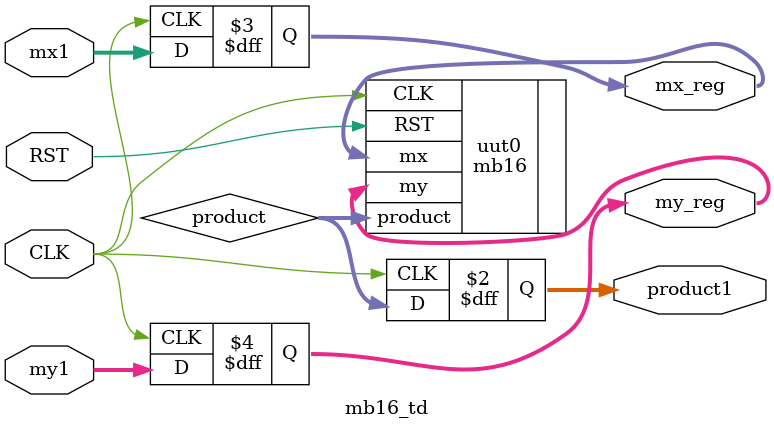
<source format=v>
`timescale 1ns / 1ps
module mb16_td (mx1, my1, CLK, RST, product1, mx_reg, my_reg);

parameter WIDTH=16;   
input wire [WIDTH-1:0] mx1;
input wire [WIDTH-1:0] my1;
input wire CLK;
input wire RST;
output reg [(2*WIDTH)-1:0] product1;
output reg [WIDTH-1:0] mx_reg;
output reg [WIDTH-1:0] my_reg;


wire [(2*WIDTH)-1:0] product;


always@ (posedge CLK)
begin
/*
if (!RST)
begin
mx_reg<=16'h0;
my_reg<=16'h0;
product1<=32'h0;
end
else
begin
*/
mx_reg<=mx1;
my_reg<=my1;
product1<=product;
//end
end



	 mb16 uut0 (
		.mx(mx_reg), 
		.my(my_reg),
		.CLK(CLK), 
		.RST(RST),     
		.product(product)

	);


endmodule

</source>
